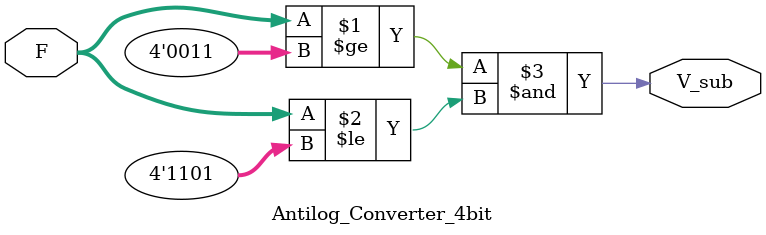
<source format=v>
module LFP_Multiplier_E3M4 (
    input [6:0] x1, // 7-bit FP input 1 (E3M4 - Exponent E1[6:4], Mantissa M1[3:0])
    input [6:0] x2, // 7-bit FP input 2 (E3M4 - Exponent E2[6:4], Mantissa M2[3:0])
    output [7:0] y  // 8-bit FP output (E4M4 - Exponent Y_E[7:4], Mantissa Y_M[3:0])
);
    // 1. Extract E and M
    wire [2:0] E1 = x1[6:4];
    wire [3:0] M1 = x1[3:0];
    wire [2:0] E2 = x2[6:4];
    wire [3:0] M2 = x2[3:0];
    
    // 2. Log Conversion: Calculate v1 and v2 (Logic for +1 or +0)
    // Placeholder for actual logic derived from (3.3) and Table II
    wire v1, v2;
    // Instantiate Log_Converter_4bit to get the V_add signal (v)
    // Let's assume a simplified module returns the V_add directly for the 'x+v' logic
    Log_Converter_4bit log1_inst (.M(M1), .V_add(v1));
    Log_Converter_4bit log2_inst (.M(M2), .V_add(v2));

    // Calculate LFP sum (E1+F1) + (E2+F2)
    // Since F = M + v, the intermediate LFP representation is:
    // (E1 concatenated with M1) + v1 and (E2 concatenated with M2) + v2
    // The expression in Fig 3 is: ya = {x1[6:0]+v1} + {x2[6:0]+v2}+8. The +8 is due to Bias=4.
    wire [7:0] LFP_x1 = {E1, M1} + {5'b0, v1}; // {E1, M1} is 7-bit, v1 is 1-bit
    wire [7:0] LFP_x2 = {E2, M2} + {5'b0, v2}; // E3M4 has 7 bits (E3, M4). Assuming $E_3$ is [6:4], $M_4$ is [3:0].
    
    // Addition for multiplication in log domain
    // Final LFP result $y_a[7:0]$
    wire [7:0] ya = LFP_x1 + LFP_x2 + 8'd8; // The '+8' accounts for the BIAS subtraction ($E_1+E_2-8$).
    
    wire [3:0] ya_M = ya[3:0]; // LFP mantissa part
    wire [4:0] ya_E = ya[7:4]; // Exponent part (Extended to E4)
    
    // 3. Antilog Conversion: Convert ya_M back to FP Mantissa Y_M
    // This is ya_M - delta, where delta is 1 or 0 (Antilog V logic)
    wire V_sub;
    // Placeholder for Antilog V logic (Antilog delta)
    
    // Instantiate Antilog_Converter_4bit (similar to Log, but subtraction)
    Antilog_Converter_4bit antilog_inst (.F(ya_M), .V_sub(V_sub));
    
    // Simplified Antilog: Y_M = ya_M - V_sub
    wire [3:0] Y_M = ya_M - V_sub;
    
    // 4. Final Output: Concatenate Exponent and Mantissa
    assign y = {ya_E, Y_M}; 
    
endmodule

// Placeholder module for Antilog - actual logic for V_sub derived from (3.3)
module Antilog_Converter_4bit (
    input [3:0] F,
    output V_sub
);
    // V_sub logic: The truth table shows V_sub is 1 for F values 0011 to 1101, and 0 otherwise.
    assign V_sub = (F >= 4'b0011) & (F <= 4'b1101);
endmodule

</source>
